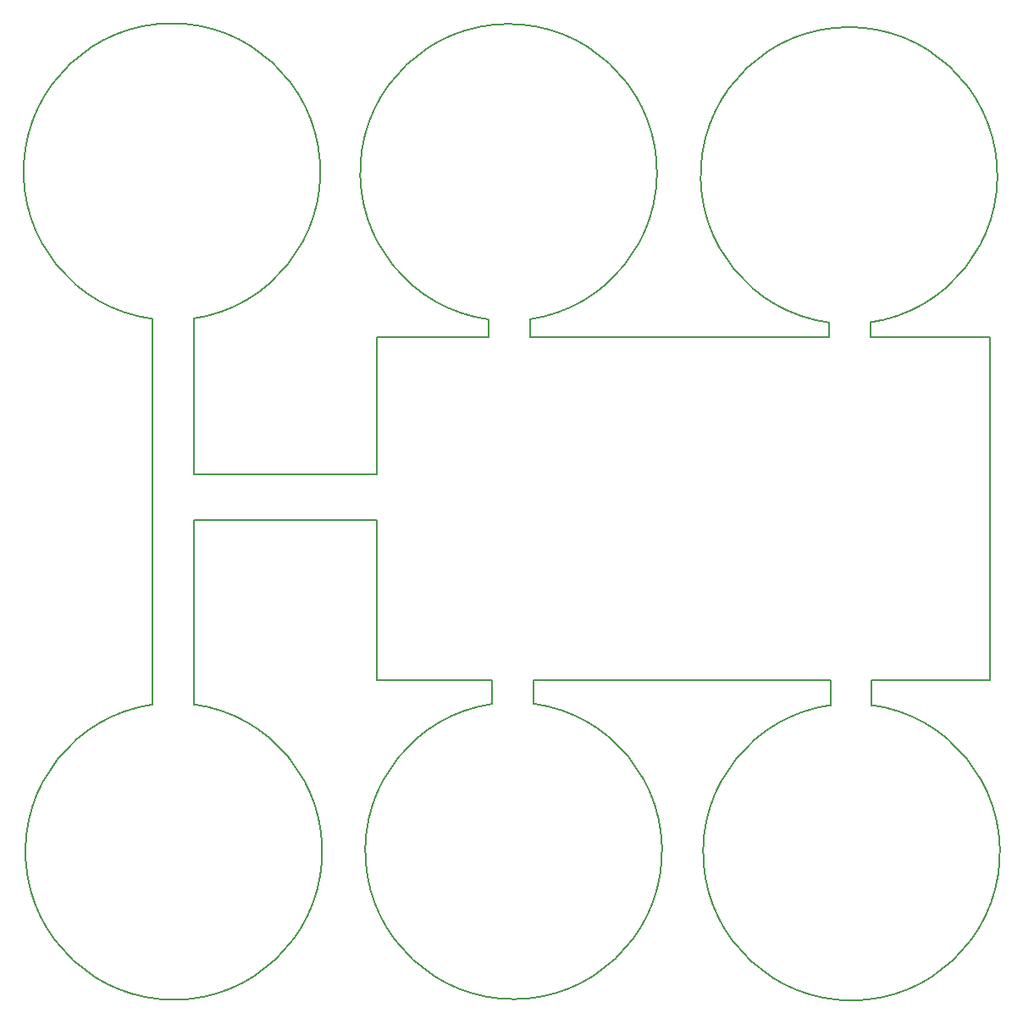
<source format=gbr>
G04 (created by PCBNEW (2013-may-18)-stable) date Чт 26 май 2016 23:42:55*
%MOIN*%
G04 Gerber Fmt 3.4, Leading zero omitted, Abs format*
%FSLAX34Y34*%
G01*
G70*
G90*
G04 APERTURE LIST*
%ADD10C,0.00590551*%
G04 APERTURE END LIST*
G54D10*
X46600Y-36700D02*
X46600Y-43000D01*
X39400Y-36700D02*
X46600Y-36700D01*
X39400Y-43975D02*
X39400Y-36700D01*
X46600Y-34900D02*
X46600Y-29500D01*
X39400Y-34900D02*
X46600Y-34900D01*
X39400Y-28775D02*
X39400Y-34900D01*
X37775Y-42725D02*
X37775Y-43975D01*
X37775Y-28775D02*
X37775Y-42725D01*
X66075Y-43000D02*
X70750Y-43000D01*
X66075Y-44000D02*
X66075Y-43000D01*
X64475Y-43000D02*
X64475Y-44000D01*
X52775Y-43000D02*
X64475Y-43000D01*
X52775Y-43950D02*
X52775Y-43000D01*
X51150Y-43000D02*
X51150Y-43950D01*
X46700Y-43000D02*
X51150Y-43000D01*
X37781Y-43970D02*
G75*
G03X39407Y-43961I843J-5779D01*
G74*
G01*
X51156Y-43945D02*
G75*
G03X52782Y-43936I843J-5779D01*
G74*
G01*
X64456Y-43995D02*
G75*
G03X66082Y-43986I843J-5779D01*
G74*
G01*
X51025Y-29500D02*
X46600Y-29500D01*
X51025Y-28800D02*
X51025Y-29500D01*
X52650Y-29500D02*
X64425Y-29500D01*
X52650Y-28800D02*
X52650Y-29500D01*
X39393Y-28779D02*
G75*
G03X37767Y-28788I-843J5779D01*
G74*
G01*
X64425Y-28950D02*
X64425Y-29500D01*
X66050Y-29500D02*
X70750Y-29500D01*
X66050Y-28925D02*
X66050Y-29500D01*
X52643Y-28804D02*
G75*
G03X51017Y-28813I-843J5779D01*
G74*
G01*
X66043Y-28929D02*
G75*
G03X64417Y-28938I-843J5779D01*
G74*
G01*
X46600Y-43000D02*
X46700Y-43000D01*
X70750Y-43000D02*
X70750Y-29500D01*
M02*

</source>
